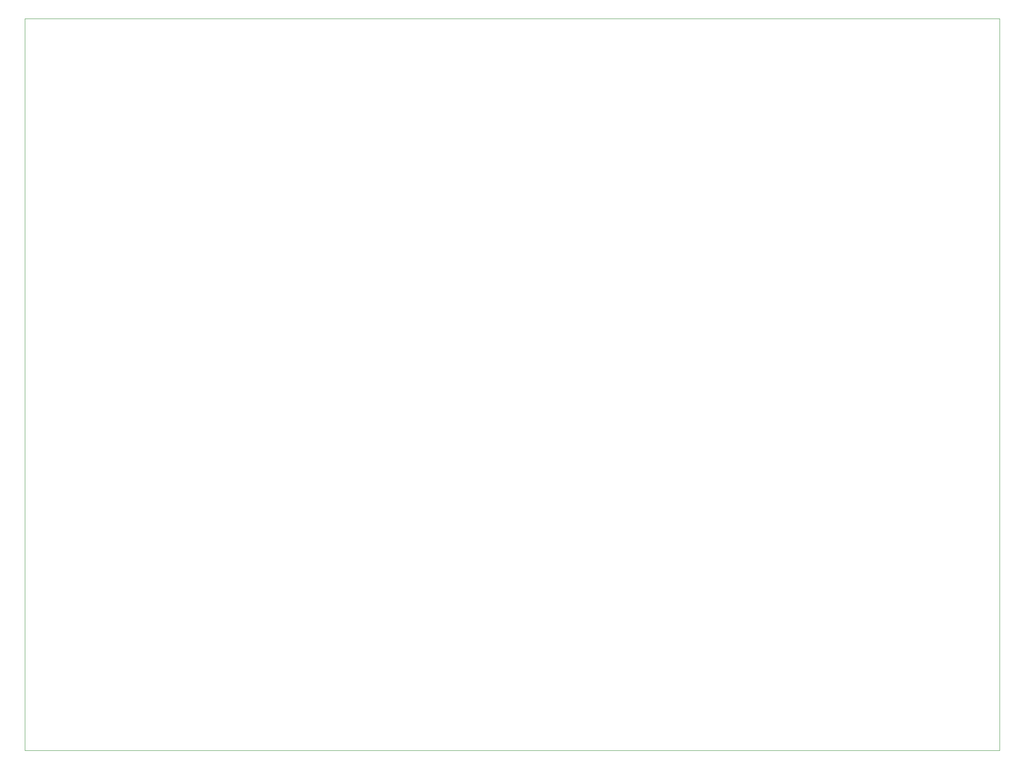
<source format=gbr>
%TF.GenerationSoftware,KiCad,Pcbnew,5.1.6-c6e7f7d~87~ubuntu16.04.1*%
%TF.CreationDate,2020-11-24T00:27:49-05:00*%
%TF.ProjectId,riscy_pc_ir_sp,72697363-795f-4706-935f-69725f73702e,rev?*%
%TF.SameCoordinates,Original*%
%TF.FileFunction,Profile,NP*%
%FSLAX46Y46*%
G04 Gerber Fmt 4.6, Leading zero omitted, Abs format (unit mm)*
G04 Created by KiCad (PCBNEW 5.1.6-c6e7f7d~87~ubuntu16.04.1) date 2020-11-24 00:27:49*
%MOMM*%
%LPD*%
G01*
G04 APERTURE LIST*
%TA.AperFunction,Profile*%
%ADD10C,0.100000*%
%TD*%
G04 APERTURE END LIST*
D10*
X199390000Y0D02*
X199390000Y-149860000D01*
X0Y0D02*
X199390000Y0D01*
X0Y-149860000D02*
X0Y0D01*
X199390000Y-149860000D02*
X0Y-149860000D01*
M02*

</source>
